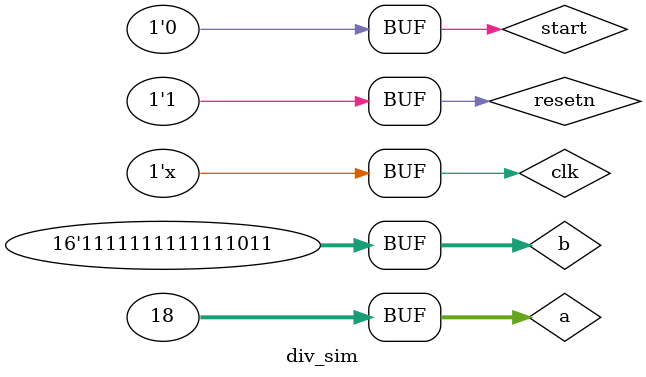
<source format=v>
`timescale 1ns / 1ps


module div_sim(

    );
  // input
    reg [31:0] a = 32'd16;
    reg [15:0] b = 16'd4;
    reg clk = 0;
    reg start = 0; 
    reg resetn = 0; 
    // output
    wire [31:0] q;
    wire [15:0] r;
    wire busy;
    
    div #(32) u(a,b,clk,start,resetn,q,r,busy);
    initial begin
     #30 begin resetn = 1;start = 1;end
     #50 start = 0;
     #1400 begin start = 1; a = 32'd18;b = 16'd5;end
     #50 start = 0;
     #1400 begin start = 1; a = 32'hffffffee;b = 16'd5;end
     #50 start = 0;
     #1400 begin start = 1; a = 32'd18;b = 16'hfffb;end
     #50 start = 0;
    end
    always  #20  clk = ~clk;
endmodule

</source>
